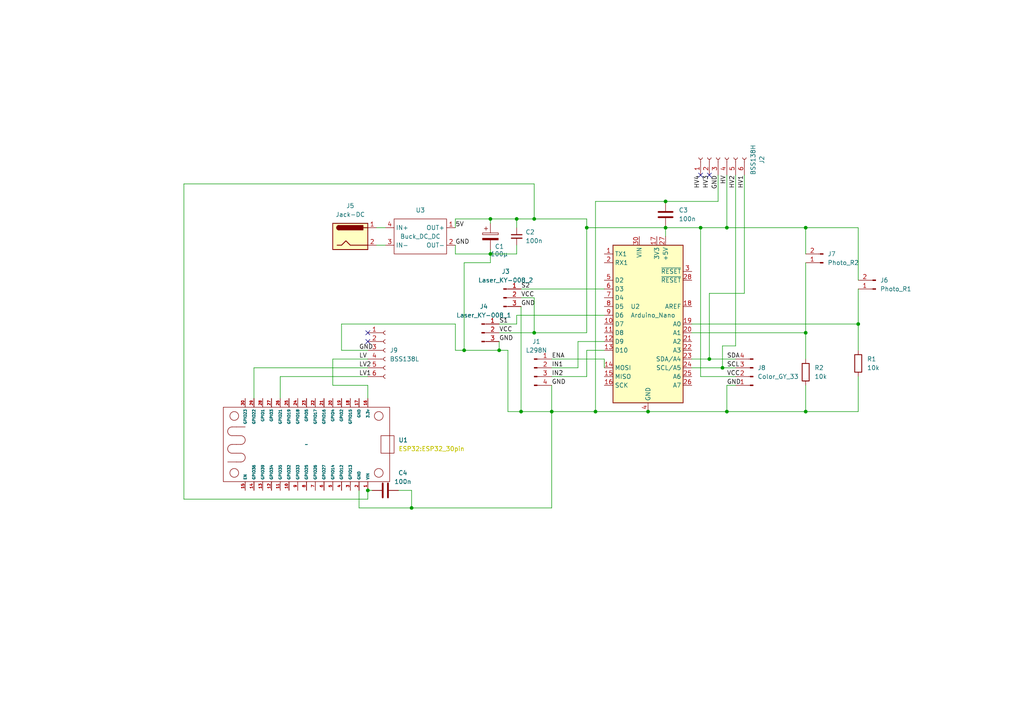
<source format=kicad_sch>
(kicad_sch (version 20230121) (generator eeschema)
  (paper "A4")
  (lib_symbols
    (symbol "Connector:Conn_01x02_Pin" (pin_names (offset 1.016) hide)
      (property "Reference" "J" (at 0 2.54 0))
      (property "Value" "Conn_01x02_Pin" (at 0 -5.08 0))
      (symbol "Conn_01x02_Pin_1_1"
        (polyline (pts (xy 1.27 -2.54) (xy 0.8636 -2.54)) (stroke (width 0.1524)))
        (polyline (pts (xy 1.27 0) (xy 0.8636 0)) (stroke (width 0.1524)))
        (rectangle (start 0.8636 -2.413) (end 0 -2.667) (stroke (width 0.1524)) (fill (type outline)))
        (rectangle (start 0.8636 0.127) (end 0 -0.127) (stroke (width 0.1524)) (fill (type outline)))
        (pin passive line (at 5.08 0 180) (length 3.81) (name "Pin_1") (number "1"))
        (pin passive line (at 5.08 -2.54 180) (length 3.81) (name "Pin_2") (number "2"))
      )
    )
    (symbol "Connector:Conn_01x03_Pin" (pin_names (offset 1.016) hide)
      (property "Reference" "J" (at 0 5.08 0))
      (property "Value" "Conn_01x03_Pin" (at 0 -5.08 0))
      (symbol "Conn_01x03_Pin_1_1"
        (polyline (pts (xy 1.27 -2.54) (xy 0.8636 -2.54)) (stroke (width 0.1524)))
        (polyline (pts (xy 1.27 0) (xy 0.8636 0)) (stroke (width 0.1524)))
        (polyline (pts (xy 1.27 2.54) (xy 0.8636 2.54)) (stroke (width 0.1524)))
        (rectangle (start 0.8636 -2.413) (end 0 -2.667) (stroke (width 0.1524)) (fill (type outline)))
        (rectangle (start 0.8636 0.127) (end 0 -0.127) (stroke (width 0.1524)) (fill (type outline)))
        (rectangle (start 0.8636 2.667) (end 0 2.413) (stroke (width 0.1524)) (fill (type outline)))
        (pin passive line (at 5.08 2.54 180) (length 3.81) (name "Pin_1") (number "1"))
        (pin passive line (at 5.08 0 180) (length 3.81) (name "Pin_2") (number "2"))
        (pin passive line (at 5.08 -2.54 180) (length 3.81) (name "Pin_3") (number "3"))
      )
    )
    (symbol "Connector:Conn_01x04_Pin" (pin_names (offset 1.016) hide)
      (property "Reference" "J" (at 0 5.08 0))
      (property "Value" "Conn_01x04_Pin" (at 0 -7.62 0))
      (symbol "Conn_01x04_Pin_1_1"
        (polyline (pts (xy 1.27 -5.08) (xy 0.8636 -5.08)) (stroke (width 0.1524)))
        (polyline (pts (xy 1.27 -2.54) (xy 0.8636 -2.54)) (stroke (width 0.1524)))
        (polyline (pts (xy 1.27 0) (xy 0.8636 0)) (stroke (width 0.1524)))
        (polyline (pts (xy 1.27 2.54) (xy 0.8636 2.54)) (stroke (width 0.1524)))
        (rectangle (start 0.8636 -4.953) (end 0 -5.207) (stroke (width 0.1524)) (fill (type outline)))
        (rectangle (start 0.8636 -2.413) (end 0 -2.667) (stroke (width 0.1524)) (fill (type outline)))
        (rectangle (start 0.8636 0.127) (end 0 -0.127) (stroke (width 0.1524)) (fill (type outline)))
        (rectangle (start 0.8636 2.667) (end 0 2.413) (stroke (width 0.1524)) (fill (type outline)))
        (pin passive line (at 5.08 2.54 180) (length 3.81) (name "Pin_1") (number "1"))
        (pin passive line (at 5.08 0 180) (length 3.81) (name "Pin_2") (number "2"))
        (pin passive line (at 5.08 -2.54 180) (length 3.81) (name "Pin_3") (number "3"))
        (pin passive line (at 5.08 -5.08 180) (length 3.81) (name "Pin_4") (number "4"))
      )
    )
    (symbol "Connector:Conn_01x06_Socket" (pin_names (offset 1.016) hide)
      (property "Reference" "J" (at 0 7.62 0))
      (property "Value" "Conn_01x06_Socket" (at 0 -10.16 0))
      (symbol "Conn_01x06_Socket_1_1"
        (arc (start 0 -7.112) (mid -0.5058 -7.62) (end 0 -8.128) (stroke (width 0.1524)))
        (arc (start 0 -4.572) (mid -0.5058 -5.08) (end 0 -5.588) (stroke (width 0.1524)))
        (arc (start 0 -2.032) (mid -0.5058 -2.54) (end 0 -3.048) (stroke (width 0.1524)))
        (polyline (pts (xy -1.27 -7.62) (xy -0.508 -7.62)) (stroke (width 0.1524)))
        (polyline (pts (xy -1.27 -5.08) (xy -0.508 -5.08)) (stroke (width 0.1524)))
        (polyline (pts (xy -1.27 -2.54) (xy -0.508 -2.54)) (stroke (width 0.1524)))
        (polyline (pts (xy -1.27 0) (xy -0.508 0)) (stroke (width 0.1524)))
        (polyline (pts (xy -1.27 2.54) (xy -0.508 2.54)) (stroke (width 0.1524)))
        (polyline (pts (xy -1.27 5.08) (xy -0.508 5.08)) (stroke (width 0.1524)))
        (arc (start 0 0.508) (mid -0.5058 0) (end 0 -0.508) (stroke (width 0.1524)))
        (arc (start 0 3.048) (mid -0.5058 2.54) (end 0 2.032) (stroke (width 0.1524)))
        (arc (start 0 5.588) (mid -0.5058 5.08) (end 0 4.572) (stroke (width 0.1524)))
        (pin passive line (at -5.08 5.08 0) (length 3.81) (name "Pin_1") (number "1"))
        (pin passive line (at -5.08 2.54 0) (length 3.81) (name "Pin_2") (number "2"))
        (pin passive line (at -5.08 0 0) (length 3.81) (name "Pin_3") (number "3"))
        (pin passive line (at -5.08 -2.54 0) (length 3.81) (name "Pin_4") (number "4"))
        (pin passive line (at -5.08 -5.08 0) (length 3.81) (name "Pin_5") (number "5"))
        (pin passive line (at -5.08 -7.62 0) (length 3.81) (name "Pin_6") (number "6"))
      )
    )
    (symbol "Connector:Jack-DC" (pin_names (offset 1.016))
      (property "Reference" "J" (at 0 5.334 0))
      (property "Value" "Jack-DC" (at 0 -5.08 0))
      (symbol "Jack-DC_0_1"
        (rectangle (start -5.08 3.81) (end 5.08 -3.81) (stroke (width 0.254)) (fill (type background)))
        (arc (start -3.302 3.175) (mid -3.9343 2.54) (end -3.302 1.905) (stroke (width 0.254)))
        (arc (start -3.302 3.175) (mid -3.9343 2.54) (end -3.302 1.905) (stroke (width 0.254)) (fill (type outline)))
        (polyline (pts (xy 5.08 2.54) (xy 3.81 2.54)) (stroke (width 0.254)))
        (polyline (pts (xy -3.81 -2.54) (xy -2.54 -2.54) (xy -1.27 -1.27) (xy 0 -2.54) (xy 2.54 -2.54) (xy 5.08 -2.54)) (stroke (width 0.254)))
        (rectangle (start 3.683 3.175) (end -3.302 1.905) (stroke (width 0.254)) (fill (type outline)))
      )
      (symbol "Jack-DC_1_1"
        (pin passive line (at 7.62 2.54 180) (length 2.54) (name "~") (number "1"))
        (pin passive line (at 7.62 -2.54 180) (length 2.54) (name "~") (number "2"))
      )
    )
    (symbol "Device:C" (pin_numbers hide) (pin_names (offset 0.254))
      (property "Reference" "C" (at 0.635 2.54 0))
      (property "Value" "C" (at 0.635 -2.54 0))
      (symbol "C_0_1"
        (polyline (pts (xy -2.032 -0.762) (xy 2.032 -0.762)) (stroke (width 0.508)))
        (polyline (pts (xy -2.032 0.762) (xy 2.032 0.762)) (stroke (width 0.508)))
      )
      (symbol "C_1_1"
        (pin passive line (at 0 3.81 270) (length 2.794) (name "~") (number "1"))
        (pin passive line (at 0 -3.81 90) (length 2.794) (name "~") (number "2"))
      )
    )
    (symbol "Device:C_Polarized" (pin_numbers hide) (pin_names (offset 0.254))
      (property "Reference" "C" (at 0.635 2.54 0))
      (property "Value" "C_Polarized" (at 0.635 -2.54 0))
      (symbol "C_Polarized_0_1"
        (rectangle (start -2.286 0.508) (end 2.286 1.016))
        (polyline (pts (xy -1.778 2.286) (xy -0.762 2.286)))
        (polyline (pts (xy -1.27 2.794) (xy -1.27 1.778)))
        (rectangle (start 2.286 -0.508) (end -2.286 -1.016) (fill (type outline)))
      )
      (symbol "C_Polarized_1_1"
        (pin passive line (at 0 3.81 270) (length 2.794) (name "~") (number "1"))
        (pin passive line (at 0 -3.81 90) (length 2.794) (name "~") (number "2"))
      )
    )
    (symbol "Device:C_Small" (pin_numbers hide) (pin_names (offset 0.254) hide)
      (property "Reference" "C" (at 0.254 1.778 0))
      (property "Value" "C_Small" (at 0.254 -2.032 0))
      (symbol "C_Small_0_1"
        (polyline (pts (xy -1.524 -0.508) (xy 1.524 -0.508)) (stroke (width 0.3302)))
        (polyline (pts (xy -1.524 0.508) (xy 1.524 0.508)) (stroke (width 0.3048)))
      )
      (symbol "C_Small_1_1"
        (pin passive line (at 0 2.54 270) (length 2.032) (name "~") (number "1"))
        (pin passive line (at 0 -2.54 90) (length 2.032) (name "~") (number "2"))
      )
    )
    (symbol "Device:R" (pin_numbers hide) (pin_names (offset 0))
      (property "Reference" "R" (at 2.032 0 90))
      (property "Value" "R" (at 0 0 90))
      (symbol "R_0_1"
        (rectangle (start -1.016 -2.54) (end 1.016 2.54) (stroke (width 0.254)))
      )
      (symbol "R_1_1"
        (pin passive line (at 0 3.81 270) (length 1.27) (name "~") (number "1"))
        (pin passive line (at 0 -3.81 90) (length 1.27) (name "~") (number "2"))
      )
    )
    (symbol "MCU_Module:Arduino_Nano_Every"
      (property "Reference" "A" (at -10.16 23.495 0))
      (property "Value" "Arduino_Nano_Every" (at 5.08 -24.13 0))
      (symbol "Arduino_Nano_Every_0_1"
        (rectangle (start -10.16 22.86) (end 10.16 -22.86) (stroke (width 0.254)) (fill (type background)))
      )
      (symbol "Arduino_Nano_Every_1_1"
        (pin bidirectional line (at -12.7 20.32 0) (length 2.54) (name "TX1") (number "1"))
        (pin bidirectional line (at -12.7 0 0) (length 2.54) (name "D7") (number "10"))
        (pin bidirectional line (at -12.7 -2.54 0) (length 2.54) (name "D8") (number "11"))
        (pin bidirectional line (at -12.7 -5.08 0) (length 2.54) (name "D9") (number "12"))
        (pin bidirectional line (at -12.7 -7.62 0) (length 2.54) (name "D10") (number "13"))
        (pin bidirectional line (at -12.7 -12.7 0) (length 2.54) (name "MOSI") (number "14"))
        (pin bidirectional line (at -12.7 -15.24 0) (length 2.54) (name "MISO") (number "15"))
        (pin bidirectional line (at -12.7 -17.78 0) (length 2.54) (name "SCK") (number "16"))
        (pin power_out line (at 2.54 25.4 270) (length 2.54) (name "3V3") (number "17"))
        (pin input line (at 12.7 5.08 180) (length 2.54) (name "AREF") (number "18"))
        (pin bidirectional line (at 12.7 0 180) (length 2.54) (name "A0") (number "19"))
        (pin bidirectional line (at -12.7 17.78 0) (length 2.54) (name "RX1") (number "2"))
        (pin bidirectional line (at 12.7 -2.54 180) (length 2.54) (name "A1") (number "20"))
        (pin bidirectional line (at 12.7 -5.08 180) (length 2.54) (name "A2") (number "21"))
        (pin bidirectional line (at 12.7 -7.62 180) (length 2.54) (name "A3") (number "22"))
        (pin bidirectional line (at 12.7 -10.16 180) (length 2.54) (name "SDA/A4") (number "23"))
        (pin bidirectional line (at 12.7 -12.7 180) (length 2.54) (name "SCL/A5") (number "24"))
        (pin bidirectional line (at 12.7 -15.24 180) (length 2.54) (name "A6") (number "25"))
        (pin bidirectional line (at 12.7 -17.78 180) (length 2.54) (name "A7") (number "26"))
        (pin power_out line (at 5.08 25.4 270) (length 2.54) (name "+5V") (number "27"))
        (pin input line (at 12.7 12.7 180) (length 2.54) (name "~{RESET}") (number "28"))
        (pin passive line (at 0 -25.4 90) (length 2.54) hide (name "GND") (number "29"))
        (pin input line (at 12.7 15.24 180) (length 2.54) (name "~{RESET}") (number "3"))
        (pin power_in line (at -2.54 25.4 270) (length 2.54) (name "VIN") (number "30"))
        (pin power_in line (at 0 -25.4 90) (length 2.54) (name "GND") (number "4"))
        (pin bidirectional line (at -12.7 12.7 0) (length 2.54) (name "D2") (number "5"))
        (pin bidirectional line (at -12.7 10.16 0) (length 2.54) (name "D3") (number "6"))
        (pin bidirectional line (at -12.7 7.62 0) (length 2.54) (name "D4") (number "7"))
        (pin bidirectional line (at -12.7 5.08 0) (length 2.54) (name "D5") (number "8"))
        (pin bidirectional line (at -12.7 2.54 0) (length 2.54) (name "D6") (number "9"))
      )
    )
    (symbol "Stone_Customs_KCd7:Buck_DC_DC"
      (property "Reference" "U" (at 0 0 0))
      (symbol "Buck_DC_DC_0_1"
        (rectangle (start -7.62 5.08) (end 7.62 -5.08))
      )
      (symbol "Buck_DC_DC_1_1"
        (pin output line (at 10.16 2.54 180) (length 2.54) (name "OUT+") (number "1"))
        (pin output line (at 10.16 -2.54 180) (length 2.54) (name "OUT-") (number "2"))
        (pin input line (at -10.16 -2.54 0) (length 2.54) (name "IN-") (number "3"))
        (pin input line (at -10.16 2.54 0) (length 2.54) (name "IN+") (number "4"))
      )
    )
    (symbol "esp32_30pin:ESP32_30Pin"
      (property "Reference" "U" (at 0 0 0))
      (property "Footprint" "ESP32_30pin" (at 0 -2.54 0))
      (symbol "ESP32_30Pin_0_1"
        (rectangle (start -24.13 10.795) (end 24.13 -10.795))
        (arc (start -22.8675 -1.2775) (mid -22.4933 -2.1733) (end -21.5975 -2.5475))
        (arc (start -22.8675 3.8025) (mid -22.4933 2.9067) (end -21.5975 2.5325))
        (arc (start -21.59 0) (mid -22.4873 -0.3727) (end -22.86 -1.27))
        (arc (start -21.59 5.08) (mid -22.4873 4.7073) (end -22.86 3.81))
        (circle (center -20.955 -8.255) (radius 1.27))
        (circle (center -20.955 8.255) (radius 1.27))
        (arc (start -19.0475 -5.0825) (mid -18.1502 -4.7098) (end -17.7775 -3.8125))
        (arc (start -19.0475 -0.0025) (mid -18.1502 0.3702) (end -17.7775 1.2675))
        (arc (start -17.77 -3.805) (mid -18.1442 -2.9092) (end -19.04 -2.535))
        (arc (start -17.77 1.275) (mid -18.1442 2.1708) (end -19.04 2.545))
        (polyline (pts (xy -21.59 -2.54) (xy -20.32 -2.54)))
        (polyline (pts (xy -21.59 0) (xy -20.32 0)))
        (polyline (pts (xy -21.59 2.54) (xy -20.32 2.54)))
        (polyline (pts (xy -21.59 5.08) (xy -20.32 5.08)))
        (polyline (pts (xy -20.32 -5.08) (xy -22.86 -5.08)))
        (polyline (pts (xy -20.32 5.08) (xy -17.78 5.08)))
        (polyline (pts (xy -19.0475 -5.0825) (xy -20.3175 -5.0825)))
        (polyline (pts (xy -19.0475 -2.5425) (xy -20.3175 -2.5425)))
        (polyline (pts (xy -19.0475 -0.0025) (xy -20.3175 -0.0025)))
        (polyline (pts (xy -19.0475 2.5375) (xy -20.3175 2.5375)))
        (circle (center 20.955 -8.255) (radius 1.27))
        (circle (center 20.955 8.255) (radius 1.27))
        (rectangle (start 21.59 2.54) (end 25.4 -2.54))
      )
      (symbol "ESP32_30Pin_1_1"
        (pin power_out line (at 17.78 -13.335 90) (length 2.54) (name "VIN") (number "1"))
        (pin bidirectional line (at -5.08 -13.335 90) (length 2.54) (name "GPIO32") (number "10"))
        (pin bidirectional line (at -7.62 -13.335 90) (length 2.54) (name "GPIO35") (number "11"))
        (pin bidirectional line (at -10.16 -13.335 90) (length 2.54) (name "GPIO34") (number "12"))
        (pin bidirectional line (at -12.7 -13.335 90) (length 2.54) (name "GPIO39") (number "13"))
        (pin bidirectional line (at -15.24 -13.335 90) (length 2.54) (name "GPIO36") (number "14"))
        (pin bidirectional line (at -17.78 -13.335 90) (length 2.54) (name "EN") (number "15"))
        (pin output line (at 17.78 13.335 270) (length 2.54) (name "3.3v") (number "16"))
        (pin power_in line (at 15.24 13.335 270) (length 2.54) (name "GND") (number "17"))
        (pin bidirectional line (at 12.7 13.335 270) (length 2.54) (name "GPIO15") (number "18"))
        (pin bidirectional line (at 10.16 13.335 270) (length 2.54) (name "GPIO2") (number "19"))
        (pin bidirectional line (at 15.24 -13.335 90) (length 2.54) (name "GND") (number "2"))
        (pin bidirectional line (at 7.62 13.335 270) (length 2.54) (name "GPIO4") (number "20"))
        (pin bidirectional line (at 5.08 13.335 270) (length 2.54) (name "GPIO16") (number "21"))
        (pin bidirectional line (at 2.54 13.335 270) (length 2.54) (name "GPIO17") (number "22"))
        (pin bidirectional line (at 0 13.335 270) (length 2.54) (name "GPIO5") (number "23"))
        (pin bidirectional line (at -2.54 13.335 270) (length 2.54) (name "GPIO18") (number "24"))
        (pin bidirectional line (at -5.08 13.335 270) (length 2.54) (name "GPIO19") (number "25"))
        (pin bidirectional line (at -7.62 13.335 270) (length 2.54) (name "GPIO21") (number "26"))
        (pin bidirectional line (at -10.16 13.335 270) (length 2.54) (name "GPIO3") (number "27"))
        (pin bidirectional line (at -12.7 13.335 270) (length 2.54) (name "GPIO1") (number "28"))
        (pin bidirectional line (at -15.24 13.335 270) (length 2.54) (name "GPIO22") (number "29"))
        (pin bidirectional line (at 12.7 -13.335 90) (length 2.54) (name "GPIO13") (number "3"))
        (pin bidirectional line (at -17.78 13.335 270) (length 2.54) (name "GPIO23") (number "30"))
        (pin bidirectional line (at 10.16 -13.335 90) (length 2.54) (name "GPIO12") (number "4"))
        (pin bidirectional line (at 7.62 -13.335 90) (length 2.54) (name "GPIO14") (number "5"))
        (pin bidirectional line (at 5.08 -13.335 90) (length 2.54) (name "GPIO27") (number "6"))
        (pin bidirectional line (at 2.54 -13.335 90) (length 2.54) (name "GPIO26") (number "7"))
        (pin bidirectional line (at 0 -13.335 90) (length 2.54) (name "GPIO25") (number "8"))
        (pin bidirectional line (at -2.54 -13.335 90) (length 2.54) (name "GPIO33") (number "9"))
      )
    )
  )
  (junction (at 210.82 66.04))
  (junction (at 142.24 63.5))
  (junction (at 187.96 119.38))
  (junction (at 193.04 58.42))
  (junction (at 119.38 147.32))
  (junction (at 233.68 66.04))
  (junction (at 170.18 66.04))
  (junction (at 160.02 119.38))
  (junction (at 144.78 101.6))
  (junction (at 154.94 63.5))
  (junction (at 151.13 119.38))
  (junction (at 233.68 96.52))
  (junction (at 209.55 106.68))
  (junction (at 205.74 104.14))
  (junction (at 142.24 73.66))
  (junction (at 193.04 66.04))
  (junction (at 233.68 119.38))
  (junction (at 134.62 101.6))
  (junction (at 106.68 142.24))
  (junction (at 154.94 96.52))
  (junction (at 203.2 66.04))
  (junction (at 172.72 119.38))
  (junction (at 210.82 119.38))
  (junction (at 149.86 63.5))
  (junction (at 248.92 93.98))
  (no_connect (at 203.2 50.8))
  (no_connect (at 106.68 96.52))
  (no_connect (at 106.68 99.06))
  (no_connect (at 205.74 50.8))
  (wire (pts (xy 233.68 119.38) (xy 210.82 119.38)))
  (wire (pts (xy 142.24 73.66) (xy 142.24 76.2)))
  (wire (pts (xy 215.9 50.8) (xy 215.9 85.09)))
  (wire (pts (xy 248.92 109.22) (xy 248.92 119.38)))
  (wire (pts (xy 233.68 66.04) (xy 233.68 73.66)))
  (wire (pts (xy 132.08 73.66) (xy 142.24 73.66)))
  (wire (pts (xy 151.13 88.9) (xy 151.13 119.38)))
  (wire (pts (xy 107.95 142.24) (xy 106.68 142.24)))
  (wire (pts (xy 104.14 142.24) (xy 104.14 147.32)))
  (wire (pts (xy 142.24 63.5) (xy 149.86 63.5)))
  (wire (pts (xy 151.13 83.82) (xy 175.26 83.82)))
  (wire (pts (xy 132.08 93.98) (xy 132.08 101.6)))
  (wire (pts (xy 210.82 66.04) (xy 233.68 66.04)))
  (wire (pts (xy 106.68 111.76) (xy 106.68 115.57)))
  (wire (pts (xy 106.68 101.6) (xy 99.06 101.6)))
  (wire (pts (xy 106.68 106.68) (xy 73.66 106.68)))
  (wire (pts (xy 132.08 63.5) (xy 142.24 63.5)))
  (wire (pts (xy 160.02 111.76) (xy 160.02 119.38)))
  (wire (pts (xy 154.94 53.34) (xy 154.94 63.5)))
  (wire (pts (xy 208.28 50.8) (xy 208.28 58.42)))
  (wire (pts (xy 175.26 104.14) (xy 175.26 106.68)))
  (wire (pts (xy 147.32 101.6) (xy 147.32 119.38)))
  (wire (pts (xy 167.64 106.68) (xy 167.64 99.06)))
  (wire (pts (xy 170.18 63.5) (xy 170.18 66.04)))
  (wire (pts (xy 200.66 104.14) (xy 205.74 104.14)))
  (wire (pts (xy 172.72 58.42) (xy 172.72 119.38)))
  (wire (pts (xy 213.36 50.8) (xy 213.36 100.33)))
  (wire (pts (xy 187.96 119.38) (xy 210.82 119.38)))
  (wire (pts (xy 119.38 142.24) (xy 119.38 147.32)))
  (wire (pts (xy 170.18 66.04) (xy 193.04 66.04)))
  (wire (pts (xy 149.86 73.66) (xy 142.24 73.66)))
  (wire (pts (xy 160.02 147.32) (xy 160.02 119.38)))
  (wire (pts (xy 149.86 93.98) (xy 149.86 91.44)))
  (wire (pts (xy 215.9 85.09) (xy 205.74 85.09)))
  (wire (pts (xy 213.36 109.22) (xy 203.2 109.22)))
  (wire (pts (xy 210.82 111.76) (xy 213.36 111.76)))
  (wire (pts (xy 144.78 96.52) (xy 154.94 96.52)))
  (wire (pts (xy 170.18 66.04) (xy 170.18 96.52)))
  (wire (pts (xy 142.24 76.2) (xy 134.62 76.2)))
  (wire (pts (xy 205.74 104.14) (xy 213.36 104.14)))
  (wire (pts (xy 144.78 101.6) (xy 147.32 101.6)))
  (wire (pts (xy 149.86 71.12) (xy 149.86 73.66)))
  (wire (pts (xy 142.24 72.39) (xy 142.24 73.66)))
  (wire (pts (xy 53.34 53.34) (xy 53.34 144.78)))
  (wire (pts (xy 170.18 109.22) (xy 170.18 101.6)))
  (wire (pts (xy 200.66 93.98) (xy 248.92 93.98)))
  (wire (pts (xy 248.92 101.6) (xy 248.92 93.98)))
  (wire (pts (xy 96.52 111.76) (xy 106.68 111.76)))
  (wire (pts (xy 132.08 101.6) (xy 134.62 101.6)))
  (wire (pts (xy 193.04 66.04) (xy 193.04 68.58)))
  (wire (pts (xy 213.36 100.33) (xy 209.55 100.33)))
  (wire (pts (xy 193.04 66.04) (xy 203.2 66.04)))
  (wire (pts (xy 144.78 99.06) (xy 144.78 101.6)))
  (wire (pts (xy 209.55 106.68) (xy 213.36 106.68)))
  (wire (pts (xy 167.64 99.06) (xy 175.26 99.06)))
  (wire (pts (xy 149.86 63.5) (xy 154.94 63.5)))
  (wire (pts (xy 248.92 66.04) (xy 233.68 66.04)))
  (wire (pts (xy 115.57 142.24) (xy 119.38 142.24)))
  (wire (pts (xy 81.28 109.22) (xy 81.28 115.57)))
  (wire (pts (xy 104.14 147.32) (xy 119.38 147.32)))
  (wire (pts (xy 209.55 100.33) (xy 209.55 106.68)))
  (wire (pts (xy 154.94 53.34) (xy 53.34 53.34)))
  (wire (pts (xy 144.78 93.98) (xy 149.86 93.98)))
  (wire (pts (xy 53.34 144.78) (xy 106.68 144.78)))
  (wire (pts (xy 208.28 58.42) (xy 193.04 58.42)))
  (wire (pts (xy 248.92 81.28) (xy 248.92 66.04)))
  (wire (pts (xy 154.94 96.52) (xy 170.18 96.52)))
  (wire (pts (xy 73.66 106.68) (xy 73.66 115.57)))
  (wire (pts (xy 99.06 101.6) (xy 99.06 93.98)))
  (wire (pts (xy 160.02 119.38) (xy 172.72 119.38)))
  (wire (pts (xy 109.22 66.04) (xy 111.76 66.04)))
  (wire (pts (xy 134.62 76.2) (xy 134.62 101.6)))
  (wire (pts (xy 233.68 111.76) (xy 233.68 119.38)))
  (wire (pts (xy 210.82 50.8) (xy 210.82 66.04)))
  (wire (pts (xy 106.68 109.22) (xy 81.28 109.22)))
  (wire (pts (xy 151.13 119.38) (xy 160.02 119.38)))
  (wire (pts (xy 160.02 109.22) (xy 170.18 109.22)))
  (wire (pts (xy 96.52 104.14) (xy 96.52 111.76)))
  (wire (pts (xy 170.18 101.6) (xy 175.26 101.6)))
  (wire (pts (xy 106.68 142.24) (xy 106.68 144.78)))
  (wire (pts (xy 119.38 147.32) (xy 160.02 147.32)))
  (wire (pts (xy 193.04 58.42) (xy 172.72 58.42)))
  (wire (pts (xy 160.02 104.14) (xy 175.26 104.14)))
  (wire (pts (xy 99.06 93.98) (xy 132.08 93.98)))
  (wire (pts (xy 106.68 104.14) (xy 96.52 104.14)))
  (wire (pts (xy 132.08 63.5) (xy 132.08 66.04)))
  (wire (pts (xy 233.68 76.2) (xy 233.68 96.52)))
  (wire (pts (xy 151.13 86.36) (xy 154.94 86.36)))
  (wire (pts (xy 149.86 91.44) (xy 175.26 91.44)))
  (wire (pts (xy 248.92 83.82) (xy 248.92 93.98)))
  (wire (pts (xy 172.72 119.38) (xy 187.96 119.38)))
  (wire (pts (xy 154.94 86.36) (xy 154.94 96.52)))
  (wire (pts (xy 248.92 119.38) (xy 233.68 119.38)))
  (wire (pts (xy 132.08 71.12) (xy 132.08 73.66)))
  (wire (pts (xy 142.24 63.5) (xy 142.24 64.77)))
  (wire (pts (xy 233.68 104.14) (xy 233.68 96.52)))
  (wire (pts (xy 200.66 106.68) (xy 209.55 106.68)))
  (wire (pts (xy 210.82 111.76) (xy 210.82 119.38)))
  (wire (pts (xy 149.86 66.04) (xy 149.86 63.5)))
  (wire (pts (xy 160.02 106.68) (xy 167.64 106.68)))
  (wire (pts (xy 205.74 85.09) (xy 205.74 104.14)))
  (wire (pts (xy 154.94 63.5) (xy 170.18 63.5)))
  (wire (pts (xy 233.68 96.52) (xy 200.66 96.52)))
  (wire (pts (xy 203.2 109.22) (xy 203.2 66.04)))
  (wire (pts (xy 147.32 119.38) (xy 151.13 119.38)))
  (wire (pts (xy 109.22 71.12) (xy 111.76 71.12)))
  (wire (pts (xy 134.62 101.6) (xy 144.78 101.6)))
  (wire (pts (xy 203.2 66.04) (xy 210.82 66.04)))
  (label "ENA" (at 160.02 104.14 0))
  (label "GND" (at 210.82 111.76 0))
  (label "LV1" (at 104.14 109.22 0))
  (label "LV2" (at 104.14 106.68 0))
  (label "GND" (at 208.28 50.8 270))
  (label "IN1" (at 160.02 106.68 0))
  (label "SCL" (at 210.82 106.68 0))
  (label "GND" (at 104.14 101.6 0))
  (label "VCC" (at 144.78 96.52 0))
  (label "HV4" (at 203.2 50.8 270))
  (label "SDA" (at 210.82 104.14 0))
  (label "GND" (at 160.02 111.76 0))
  (label "HV3" (at 205.74 50.8 270))
  (label "VCC" (at 210.82 109.22 0))
  (label "5V" (at 132.08 66.04 0))
  (label "LV" (at 104.14 104.14 0))
  (label "GND" (at 151.13 88.9 0))
  (label "IN2" (at 160.02 109.22 0))
  (label "HV1" (at 215.9 50.8 270))
  (label "S2" (at 151.13 83.82 0))
  (label "VCC" (at 151.13 86.36 0))
  (label "HV" (at 210.82 50.8 270))
  (label "S1" (at 144.78 93.98 0))
  (label "HV2" (at 213.36 50.8 270))
  (label "GND" (at 144.78 99.06 0))
  (label "GND" (at 132.08 71.12 0))
  (symbol (lib_id "Device:C_Small") (at 149.86 68.58 0) (unit 1)
    (property "Reference" "C2" (at 152.4 67.3163 0) (effects (justify left)))
    (property "Value" "100n" (at 152.4 69.8563 0) (effects (justify left)))
    (property "Footprint" "Capacitor_THT:C_Disc_D5.0mm_W2.5mm_P5.00mm" (effects hide))
  )
  (symbol (lib_id "esp32_30pin:ESP32_30Pin") (at 88.9 128.905 0) (unit 1)
    (property "Reference" "U1" (at 115.57 127.635 0) (effects (justify left)))
    (property "Value" "~" (at 88.9 128.905 0))
    (property "Footprint" "ESP32:ESP32_30pin" (at 115.57 130.175 0) (effects (justify left)))
  )
  (symbol (lib_id "Connector:Conn_01x03_Pin") (at 139.7 96.52 0) (unit 1)
    (property "Reference" "J4" (at 140.335 88.9 0))
    (property "Value" "Laser_KY-008_1" (at 140.335 91.44 0))
    (property "Footprint" "Connector_PinHeader_2.54mm:PinHeader_1x03_P2.54mm_Vertical" (effects hide))
  )
  (symbol (lib_id "Connector:Conn_01x04_Pin") (at 154.94 106.68 0) (unit 1)
    (property "Reference" "J1" (at 155.575 99.06 0))
    (property "Value" "L298N" (at 155.575 101.6 0))
    (property "Footprint" "Connector_PinHeader_2.54mm:PinHeader_1x04_P2.54mm_Vertical" (effects hide))
  )
  (symbol (lib_id "Stone_Customs_KCd7:Buck_DC_DC") (at 121.92 68.58 0) (unit 1)
    (property "Reference" "U3" (at 121.92 60.96 0))
    (property "Value" "Buck_DC_DC" (at 121.92 68.58 0))
    (property "Footprint" "MyCustomFootprintsKCd7:Buck_DC_DC" (effects hide))
  )
  (symbol (lib_id "Device:C") (at 111.76 142.24 270) (unit 1)
    (property "Reference" "C4" (at 116.84 137.16 90))
    (property "Value" "100n" (at 116.84 139.7 90))
    (property "Footprint" "Capacitor_THT:C_Disc_D5.0mm_W2.5mm_P5.00mm" (effects hide))
  )
  (symbol (lib_id "MCU_Module:Arduino_Nano_Every") (at 187.96 93.98 0) (unit 1)
    (property "Reference" "U2" (at 182.88 88.9 0) (effects (justify left)))
    (property "Value" "Arduino_Nano" (at 182.88 91.44 0) (effects (justify left)))
    (property "Footprint" "Module:Arduino_Nano" (effects hide))
    (property "Datasheet" "https://content.arduino.cc/assets/NANOEveryV3.0_sch.pdf" (effects hide))
  )
  (symbol (lib_id "Connector:Conn_01x04_Pin") (at 218.44 109.22 180) (unit 1)
    (property "Reference" "J8" (at 219.71 106.68 0) (effects (justify right)))
    (property "Value" "Color_GY_33" (at 219.71 109.22 0) (effects (justify right)))
    (property "Footprint" "Connector_PinHeader_2.54mm:PinHeader_1x04_P2.54mm_Vertical" (effects hide))
  )
  (symbol (lib_id "Connector:Conn_01x03_Pin") (at 146.05 86.36 0) (unit 1)
    (property "Reference" "J3" (at 146.685 78.74 0))
    (property "Value" "Laser_KY-008_2" (at 146.685 81.28 0))
    (property "Footprint" "Connector_PinHeader_2.54mm:PinHeader_1x03_P2.54mm_Vertical" (effects hide))
  )
  (symbol (lib_id "Connector:Conn_01x06_Socket") (at 208.28 45.72 90) (unit 1)
    (property "Reference" "J2" (at 220.98 46.355 0))
    (property "Value" "BSS138H" (at 218.44 46.355 0))
    (property "Footprint" "Connector_PinSocket_2.54mm:PinSocket_1x06_P2.54mm_Vertical" (effects hide))
  )
  (symbol (lib_id "Connector:Conn_01x02_Pin") (at 254 83.82 180) (unit 1)
    (property "Reference" "J6" (at 255.27 81.28 0) (effects (justify right)))
    (property "Value" "Photo_R1" (at 255.27 83.82 0) (effects (justify right)))
    (property "Footprint" "Connector_PinHeader_2.54mm:PinHeader_1x02_P2.54mm_Vertical" (effects hide))
  )
  (symbol (lib_id "Device:R") (at 248.92 105.41 0) (unit 1)
    (property "Reference" "R1" (at 251.46 104.14 0) (effects (justify left)))
    (property "Value" "10k" (at 251.46 106.68 0) (effects (justify left)))
    (property "Footprint" "Resistor_THT:R_Axial_DIN0207_L6.3mm_D2.5mm_P7.62mm_Horizontal" (effects hide))
  )
  (symbol (lib_id "Device:C_Polarized") (at 142.24 68.58 0) (unit 1)
    (property "Reference" "C1" (at 143.51 71.501 0) (effects (justify left)))
    (property "Value" "100µ" (at 142.24 73.66 0) (effects (justify left)))
    (property "Footprint" "Capacitor_THT:CP_Radial_D6.3mm_P2.50mm" (effects hide))
  )
  (symbol (lib_id "Device:C") (at 193.04 62.23 0) (unit 1)
    (property "Reference" "C3" (at 196.85 60.96 0) (effects (justify left)))
    (property "Value" "100n" (at 196.85 63.5 0) (effects (justify left)))
    (property "Footprint" "Capacitor_THT:C_Disc_D5.0mm_W2.5mm_P5.00mm" (effects hide))
  )
  (symbol (lib_id "Device:R") (at 233.68 107.95 0) (unit 1)
    (property "Reference" "R2" (at 236.22 106.68 0) (effects (justify left)))
    (property "Value" "10k" (at 236.22 109.22 0) (effects (justify left)))
    (property "Footprint" "Resistor_THT:R_Axial_DIN0207_L6.3mm_D2.5mm_P7.62mm_Horizontal" (effects hide))
  )
  (symbol (lib_id "Connector:Conn_01x02_Pin") (at 238.76 76.2 180) (unit 1)
    (property "Reference" "J7" (at 240.03 73.66 0) (effects (justify right)))
    (property "Value" "Photo_R2" (at 240.03 76.2 0) (effects (justify right)))
    (property "Footprint" "Connector_PinHeader_2.54mm:PinHeader_1x02_P2.54mm_Vertical" (effects hide))
  )
  (symbol (lib_id "Connector:Jack-DC") (at 101.6 68.58 0) (unit 1)
    (property "Reference" "J5" (at 101.6 59.69 0))
    (property "Value" "Jack-DC" (at 101.6 62.23 0))
    (property "Footprint" "Connector_BarrelJack:BarrelJack_Horizontal" (effects hide))
  )
  (symbol (lib_id "Connector:Conn_01x06_Socket") (at 111.76 101.6 0) (unit 1)
    (property "Reference" "J9" (at 113.03 101.6 0) (effects (justify left)))
    (property "Value" "BSS138L" (at 113.03 104.14 0) (effects (justify left)))
    (property "Footprint" "Connector_PinSocket_2.54mm:PinSocket_1x06_P2.54mm_Vertical" (effects hide))
  )
)
</source>
